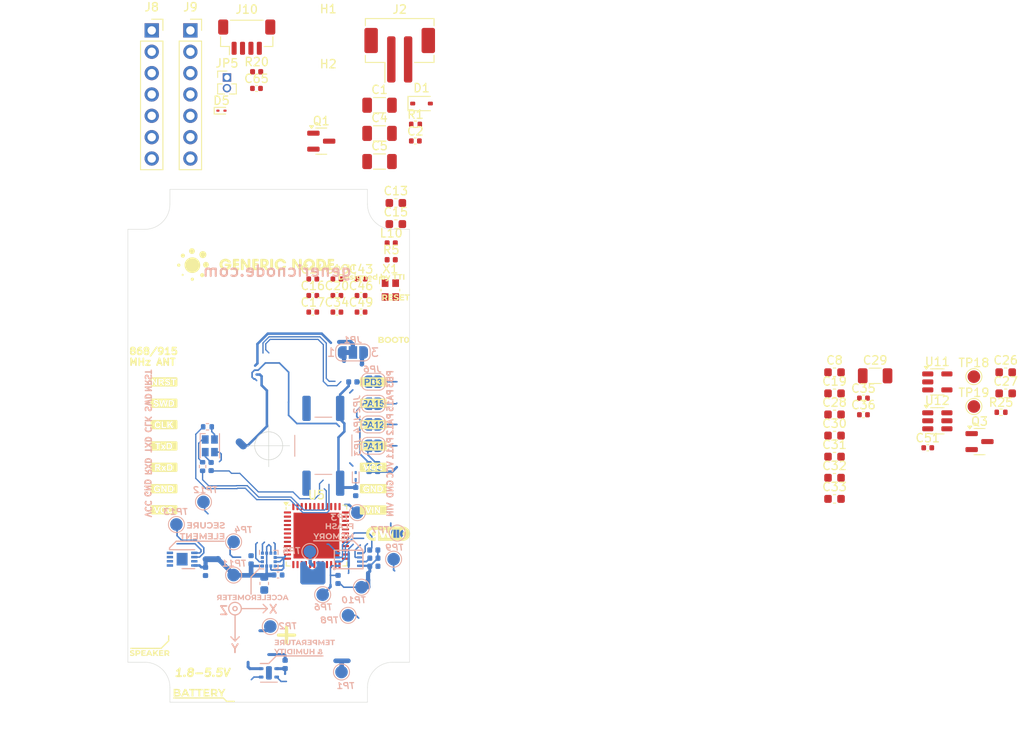
<source format=kicad_pcb>
(kicad_pcb (version 20240108) (generator "pcbnew") (generator_version "8.0")
  (title_block (title "Generic Node SE") (date "2020-10-12") (rev "1.1b") (company "The Things Industries") (comment 1 "drawn by: Orkhan AmirAslan (azerimaker)"))
  (layers (0 "F.Cu" mixed "Top.HF") (1 "In1.Cu" mixed "In1.LF") (2 "In2.Cu" power "In2.PWR") (31 "B.Cu" mixed "B.GND") (34 "B.Paste" user) (35 "F.Paste" user) (36 "B.SilkS" user "B.Silkscreen") (37 "F.SilkS" user "F.Silkscreen") (38 "B.Mask" user) (39 "F.Mask" user) (44 "Edge.Cuts" user))
  (net 0 "")
  (net 1 "GND")
  (net 2 "+BATT")
  (net 3 "/LoRa MCU/PB2")
  (net 4 "/Peripherals/VCC_SENSORS")
  (net 5 "/LoRa MCU/NRST")
  (net 6 "/LoRa MCU/PB3")
  (net 7 "VDDRF")
  (net 8 "OSC_IN")
  (net 9 "OSC32_IN")
  (net 10 "OSC32_OUT")
  (net 11 "PB0_VDD_TCXO")
  (net 12 "Net-(Q1-G)")
  (net 13 "Net-(U3-REGCAPD)")
  (net 14 "/LoRa MCU/SWCLK")
  (net 15 "/LoRa MCU/SWDIO")
  (net 16 "FE_CTRL3")
  (net 17 "/LoRa MCU/PB4")
  (net 18 "/Peripherals/FlashCS")
  (net 19 "FE_CTRL1")
  (net 20 "FE_CTRL2")
  (net 21 "/Peripherals/MOSI")
  (net 22 "/Peripherals/MISO")
  (net 23 "/LoRa MCU/BOOT0")
  (net 24 "+3.3V")
  (net 25 "Net-(U3-REGCAPA)")
  (net 26 "Net-(JP2-Pad2)")
  (net 27 "5V")
  (net 28 "/LoRa MCU/PA09_SCL1")
  (net 29 "/LoRa MCU/PA10_SDA1")
  (net 30 "/LoRa MCU/PA2_TxD2")
  (net 31 "/LoRa MCU/PA3_RxD2")
  (net 32 "/LoRa MCU/PA11_SDA2")
  (net 33 "/LoRa MCU/PA12_SCL2")
  (net 34 "/LoRa MCU/PA5_SCK1")
  (net 35 "Net-(JP1-Pad2)")
  (net 36 "Net-(JP3-Pad1)")
  (net 37 "Net-(X1-Vdd)")
  (net 38 "Net-(R11-Pad2)")
  (net 39 "Net-(R12-Pad2)")
  (net 40 "Vin")
  (net 41 "/LoRa MCU/PA15")
  (net 42 "/LoRa MCU/PB5")
  (net 43 "/LoRa MCU/PB6")
  (net 44 "/LoRa MCU/PB7")
  (net 45 "/LoRa MCU/PA8")
  (net 46 "Net-(D4-K)")
  (net 47 "Net-(C43-Pad1)")
  (net 48 "Net-(D3-RK)")
  (net 49 "Net-(JP4-Pad1)")
  (net 50 "Net-(D3-GK)")
  (net 51 "/Peripherals/VCC_FLASH")
  (net 52 "Net-(D3-A)")
  (net 53 "Net-(Q1-S)")
  (net 55 "Net-(JP6-B)")
  (net 56 "Net-(Q3-S)")
  (net 57 "Net-(X1-OUT)")
  (net 58 "/Power Supply/LS3_STRAIN_EN")
  (net 59 "/LoRa MCU/PA6_MISO1")
  (net 60 "/LoRa MCU/PA7_MOSI1")
  (net 63 "/LoRa MCU/PA4_CS1")
  (net 69 "/LoRa MCU/HS_OUT")
  (net 70 "/LoRa MCU/HS_IN")
  (net 72 "/LoRa MCU/PC13")
  (net 75 "/LoRa MCU/PB12")
  (net 81 "/Peripherals/VCC_STRAINGAUGE")
  (footprint "node-lib-v1:Logo_GN_new_2000px" (layer "F.Cu") (at 148.439 83.439)
    (property "Reference" "G-GNSE" (hide yes))
    (property "Value" "LOGO" (hide yes))
  )
  (footprint "node-lib-v1:PinName_NRST" (layer "F.Cu") (at 137.554 97.38)
    (property "Reference" "G-NRST" (hide yes))
    (property "Value" "LOGO" (hide yes))
  )
  (footprint "node-lib-v1:PinName_SWD" (layer "F.Cu") (at 137.554 99.92)
    (property "Reference" "G-SWD" (hide yes))
    (property "Value" "LOGO" (hide yes))
  )
  (footprint "node-lib-v1:PinName_CLK" (layer "F.Cu") (at 137.554 102.46)
    (property "Reference" "G-CLK" (hide yes))
    (property "Value" "LOGO" (hide yes))
  )
  (footprint "node-lib-v1:PinName_PA12" (layer "F.Cu") (at 162.446 102.46)
    (property "Reference" "G-PA12" (hide yes))
    (property "Value" "LOGO" (hide yes))
  )
  (footprint "node-lib-v1:PinName_TxD" (layer "F.Cu") (at 137.554 105)
    (property "Reference" "G-TXD" (hide yes))
    (property "Value" "LOGO" (hide yes))
  )
  (footprint "node-lib-v1:PinName_RxD" (layer "F.Cu") (at 137.554 107.54)
    (property "Reference" "G-RXD" (hide yes))
    (property "Value" "LOGO" (hide yes))
  )
  (footprint "node-lib-v1:PinName_VCC" (layer "F.Cu") (at 137.546 112.59)
    (property "Reference" "G-VCC2" (hide yes))
    (property "Value" "LOGO" (hide yes))
  )
  (footprint "node-lib-v1:PinName_GND" (layer "F.Cu") (at 162.446 110.08)
    (property "Reference" "G-GND" (hide yes))
    (property "Value" "LOGO" (hide yes))
  )
  (footprint "node-lib-v1:PinName_VCC" (layer "F.Cu") (at 162.446 107.54)
    (property "Reference" "G-VCC" (hide yes))
    (property "Value" "LOGO" (hide yes))
  )
  (footprint "node-lib-v1:PinName_PA11" (layer "F.Cu") (at 162.446 105)
    (property "Reference" "G-PA11" (hide yes))
    (property "Value" "LOGO" (hide yes))
  )
  (footprint "node-lib-v1:PinName_PB3" (layer "F.Cu") (at 162.446 97.38)
    (property "Reference" "G-PB3" (hide yes))
    (property "Value" "LOGO" (hide yes))
  )
  (footprint "node-lib-v1:PinName_VIN" (layer "F.Cu") (at 162.446 112.62)
    (property "Reference" "G-VIN" (hide yes))
    (property "Value" "LOGO" (hide yes))
  )
  (footprint "node-lib-v1:PinName_PA15" (layer "F.Cu") (at 162.446 99.92)
    (property "Reference" "G-PA15" (hide yes))
    (property "Value" "LOGO" (hide yes))
  )
  (footprint "node-lib-v1:PinName_GND" (layer "F.Cu") (at 137.554 110.08)
    (property "Reference" "G-GND2" (hide yes))
    (property "Value" "LOGO" (hide yes))
  )
  (footprint "node-lib-v1:Label_RESET_4000px" (layer "F.Cu") (at 165.1 87.3)
    (property "Reference" "G-RST" (hide yes))
    (property "Value" "LOGO" (hide yes))
  )
  (footprint "node-lib-v1:Logo_qwiic_4000px" (layer "F.Cu") (at 164.224 115.414)
    (property "Reference" "G-QWIIC" (hide yes))
    (property "Value" "LOGO" (hide yes))
  )
  (footprint "node-lib-v1:Label_Speaker" (layer "F.Cu") (at 135.9 129.6)
    (property "Reference" "G-SPKR" (hide yes))
    (property "Value" "LOGO" (hide yes))
  )
  (footprint "node-lib-v1:Label_BOOT0_4000px" (layer "F.Cu") (at 164.85 92.35)
    (property "Reference" "G-BOOT0" (hide yes))
    (property "Value" "LOGO" (hide yes))
  )
  (footprint "node-lib-v1:Logo_design_version_2000px" (layer "F.Cu") (at 162.55 84.25)
    (property "Reference" "G-version" (hide yes))
    (property "Value" "LOGO" (hide yes))
  )
  (footprint "node-lib-v1:BoLink_704025" (layer "F.Cu") (at 150 105)
    (property "Reference" "N1" (hide yes))
    (property "Value" "BoLink-16174563" (hide yes))
  )
  (footprint "node-lib-v1:Label_BATTERY_2500px" (layer "F.Cu") (at 141.7 134.3)
    (property "Reference" "G-BAT" (hide yes))
    (property "Value" "LOGO" (hide yes))
  )
  (footprint "Inductor_SMD:L_0402_1005Metric" (layer "F.Cu") (at 148.565 60.505)
    (property "Reference" "R20")
    (property "Value" "10K")
  )
  (footprint "Capacitor_SMD:C_0402_1005Metric" (layer "F.Cu") (at 148.545 62.485)
    (property "Reference" "C65")
    (property "Value" "100nF")
  )
  (footprint "Diode_SMD:D_SOD-323" (layer "F.Cu") (at 168.18 64.285)
    (property "Reference" "D1")
    (property "Value" "PESD5V0S1BA")
  )
  (footprint "Capacitor_SMD:C_1206_3216Metric" (layer "F.Cu") (at 163.185 67.835)
    (property "Reference" "C4")
    (property "Value" "100uF")
  )
  (footprint "Capacitor_SMD:C_0603_1608Metric" (layer "F.Cu") (at 165.125 76.115)
    (property "Reference" "C13")
    (property "Value" "4.7uF")
  )
  (footprint "TestPoint:TestPoint_Pad_D1.5mm" (layer "F.Cu") (at 233.8925 100.325)
    (property "Reference" "TP19")
    (property "Value" "VBAT_ADC")
  )
  (footprint "Resistor_SMD:R_0402_1005Metric" (layer "F.Cu") (at 237.1225 101.015)
    (property "Reference" "R25")
    (property "Value" "100K")
  )
  (footprint "Capacitor_SMD:C_0402_1005Metric" (layer "F.Cu") (at 167.445 68.735)
    (property "Reference" "C2")
    (property "Value" "DNM")
  )
  (footprint "MountingHole:MountingHole_2.5mm" (layer "F.Cu") (at 157.085 63.085)
    (property "Reference" "H2")
    (property "Value" "MountingHole")
  )
  (footprint "Capacitor_SMD:C_1206_3216Metric" (layer "F.Cu") (at 222.1425 96.675)
    (property "Reference" "C29")
    (property "Value" "10uF")
  )
  (footprint "Connector_PinHeader_1.27mm:PinHeader_1x02_P1.27mm_Vertical" (layer "F.Cu") (at 145.035 61.185)
    (property "Reference" "JP5")
    (property "Value" "BOOT0")
  )
  (footprint "Capacitor_SMD:C_0402_1005Metric" (layer "F.Cu") (at 220.7525 101.305)
    (property "Reference" "C36")
    (property "Value" "1uF")
  )
  (footprint "Connector_PinSocket_2.54mm:PinSocket_1x07_P2.54mm_Vertical" (layer "F.Cu") (at 140.685 55.585)
    (property "Reference" "J9")
    (property "Value" "UART/I2C")
  )
  (footprint "Capacitor_SMD:C_0402_1005Metric" (layer "F.Cu") (at 158.115 85.155)
    (property "Reference" "C18")
    (property "Value" "100nF")
  )
  (footprint "Capacitor_SMD:C_0402_1005Metric" (layer "F.Cu") (at 155.245 89.095)
    (property "Reference" "C17")
    (property "Value" "100nF")
  )
  (footprint "Capacitor_SMD:C_0603_1608Metric" (layer "F.Cu") (at 217.3125 108.805)
    (property "Reference" "C32")
    (property "Value" "0.1uF")
  )
  (footprint "Capacitor_SMD:C_1206_3216Metric" (layer "F.Cu") (at 163.185 64.485)
    (property "Reference" "C1")
    (property "Value" "100uF")
  )
  (footprint "Connector_JST:JST_PH_B2B-PH-SM4-TB_1x02-1MP_P2.00mm_Vertical" (layer "F.Cu") (at 165.585 58.535)
    (property "Reference" "J2")
    (property "Value" "JST-PH")
  )
  (footprint "Capacitor_SMD:C_0603_1608Metric" (layer "F.Cu") (at 217.3125 111.315)
    (property "Reference" "C33")
    (property "Value" "0.1uF")
  )
  (footprint "Capacitor_SMD:C_0603_1608Metric" (layer "F.Cu") (at 165.125 78.625)
    (property "Reference" "C15")
    (property "Value" "4.7uF")
  )
  (footprint "Capacitor_SMD:C_0402_1005Metric" (layer "F.Cu") (at 160.985 85.155)
    (property "Reference" "C43")
    (property "Value" "1nF")
  )
  (footprint "Crystal:Crystal_SMD_Abracon_ABM10-4Pin_2.5x2.0mm" (layer "F.Cu") (at 164.475 86.475)
    (property "Reference" "X1")
    (property "Value" "32MHz")
  )
  (footprint "Capacitor_SMD:C_0603_1608Metric" (layer "F.Cu") (at 217.3125 103.785)
    (property "Reference" "C30")
    (property "Value" "0.1uF")
  )
  (footprint "Diode_SMD:D_SOD-923" (layer "F.Cu") (at 144.38 65.135)
    (property "Reference" "D5")
    (property "Value" "ESD9D5V")
  )
  (footprint "Capacitor_SMD:C_1206_3216Metric" (layer "F.Cu") (at 163.185 71.185)
    (property "Reference" "C5")
    (property "Value" "100uF")
  )
  (footprint "Package_TO_SOT_SMD:SOT-23" (layer "F.Cu") (at 156.255 68.76)
    (property "Reference" "Q1")
    (property "Value" "PMV32UP,215")
  )
  (footprint "Capacitor_SMD:C_0402_1005Metric" (layer "F.Cu") (at 158.115 89.095)
    (property "Reference" "C34")
    (property "Value" "10nF")
  )
  (footprint "Package_TO_SOT_SMD:SOT-23-6" (layer "F.Cu") (at 229.5425 102.025)
    (property "Reference" "U12")
    (property "Value" "TPS22917DBV")
  )
  (footprint "Capacitor_SMD:C_0402_1005Metric" (layer "F.Cu") (at 155.245 85.155)
    (property "Reference" "C14")
    (property "Value" "100nF")
  )
  (footprint "Capacitor_SMD:C_0603_1608Metric" (layer "F.Cu") (at 217.3125 98.765)
    (property "Reference" "C19")
    (property "Value" "0.1uF")
  )
  (footprint "Capacitor_SMD:C_0603_1608Metric" (layer "F.Cu") (at 237.6725 98.765)
    (property "Reference" "C27")
    (property "Value" "4.7uF")
  )
  (footprint "Connector_PinSocket_2.54mm:PinSocket_1x07_P2.54mm_Vertical" (layer "F.Cu") (at 136.085 55.585)
    (property "Reference" "J8")
    (property "Value" "DEBUG")
  )
  (footprint "Package_TO_SOT_SMD:SOT-23-5" (layer "F.Cu") (at 229.5425 97.4)
    (property "Reference" "U11")
    (property "Value" "MIC5365-3.3YD5")
  )
  (footprint "Capacitor_SMD:C_0402_1005Metric" (layer "F.Cu") (at 228.4025 105.235)
    (property "Reference" "C51")
    (property "Value" "1uF")
  )
  (footprint "Package_DFN_QFN:QFN-48-1EP_7x7mm_P0.5mm_EP5.45x5.45mm" (layer "F.Cu") (at 155.68 115.68)
    (property "Reference" "U5")
    (property "Value" "STM32WL55CCU6")
  )
  (footprint "Inductor_SMD:L_0402_1005Metric" (layer "F.Cu") (at 164.575 82.865)
    (property "Reference" "R5")
    (property "Value" "220R")
  )
  (footprint "Capacitor_SMD:C_0402_1005Metric" (layer "F.Cu") (at 155.245 87.125)
    (property "Reference" "C16")
    (property "Value" "100nF")
  )
  (footprint "Capacitor_SMD:C_0603_1608Metric" (layer "F.Cu") (at 217.3125 96.255)
    (property "Reference" "C8")
    (property "Value" "0.1uF")
  )
  (footprint "Capacitor_SMD:C_0603_1608Metric" (layer "F.Cu") (at 217.3125 106.295)
    (property "Reference" "C31")
    (property "Value" "0.1uF")
  )
  (footprint "Resistor_SMD:R_0402_1005Metric" (layer "F.Cu") (at 167.465 66.755)
    (property "Reference" "R1")
    (property "Value" "0R")
  )
  (footprint "Capacitor_SMD:C_0603_1608Metric" (layer "F.Cu") (at 217.3125 101.275)
    (property "Reference" "C28")
    (property "Value" "0.1uF")
  )
  (footprint "Capacitor_SMD:C_0402_1005Metric" (layer "F.Cu") (at 160.985 89.095)
    (property "Reference" "C49")
    (property "Value" "5.6pF")
  )
  (footprint "Capacitor_SMD:C_0402_1005Metric" (layer "F.Cu") (at 160.985 87.125)
    (property "Reference" "C46")
    (property "Value" "5.6pF")
  )
  (footprint "Capacitor_SMD:C_0603_1608Metric" (layer "F.Cu") (at 237.6725 96.255)
    (property "Reference" "C26")
    (property "Value" "4.7uF")
  )
  (footprint "Capacitor_SMD:C_0402_1005Metric" (layer "F.Cu") (at 220.7525 99.335)
    (property "Reference" "C35")
    (property "Value" "1uF")
  )
  (footprint "MountingHole:MountingHole_2.5mm" (layer "F.Cu") (at 157.085 56.535)
    (property "Reference" "H1")
    (property "Value" "MountingHole")
  )
  (footprint "Connector_JST:JST_SH_BM04B-SRSS-TB_1x04-1MP_P1.00mm_Vertical" (layer "F.Cu") (at 147.385 56.385)
    (property "Reference" "J10")
    (property "Value" "Qwiic")
  )
  (footprint "Inductor_SMD:L_0402_1005Metric" (layer "F.Cu") (at 164.575 80.875)
    (property "Reference" "L10")
    (property "Value" "1400R @1GHz")
  )
  (footprint "TestPoint:TestPoint_Pad_D1.5mm" (layer "F.Cu") (at 233.8925 96.775)
    (property "Reference" "TP18")
    (property "Value" "VBAT_READ_EN")
  )
  (footprint "Package_TO_SOT_SMD:SOT-23" (layer "F.Cu") (at 234.5625 104.5)
    (property "Reference" "Q3")
    (property "Value" "PMV32UP,215")
  )
  (footprint "Capacitor_SMD:C_0402_1005Metric" (layer "F.Cu") (at 158.115 87.125)
    (property "Reference" "C20")
    (property "Value" "100nF")
  )
  (footprint "node-lib-v1:Label_SE_3000px" (layer "B.Cu") (at 141.95 115.05 180)
    (property "Reference" "G-SE" (hide yes))
    (property "Value" "LOGO" (hide yes))
  )
  (footprint "node-lib-v1:Label_T_H_2000px" (layer "B.Cu") (at 155 128.85 180)
    (property "Reference" "G-TH" (hide yes))
    (property "Value" "LOGO" (hide yes))
  )
  (footprint "node-lib-v1:Label_FLASH_3000px" (layer "B.Cu") (at 157.3 115.1 180)
    (property "Reference" "G-FLASH" (hide yes))
    (property "Value" "LOGO" (hide yes))
  )
  (footprint "node-lib-v1:LAbel_ACCELL_2000px" (layer "B.Cu") (at 148.1 122.95 180)
    (property "Reference" "G-ACCELL" (hide yes))
    (property "Value" "LOGO" (hide yes))
  )
  (footprint "TestPoint:TestPoint_Pad_D1.5mm" (layer "B.Cu") (at 164.86 118.49)
    (property "Reference" "TP9")
    (property "Value" "MOSI" (hide yes))
  )
  (footprint "TestPoint:TestPoint_Pad_D1.5mm" (layer "B.Cu") (at 159.44 125.17)
    (property "Reference" "TP8")
    (property "Value" "SCK" (hide yes))
  )
  (footprint "TestPoint:TestPoint_Pad_D1.5mm" (layer "B.Cu") (at 139.021 114.36)
    (property "Reference" "TP13")
    (property "Value" "SCL" (hide yes))
  )
  (footprint "node-lib-v1:PushButton_KSC721GLFS" (layer "B.Cu") (at 156.5 105 90)
    (property "Reference" "SW1" (hide yes))
    (property "Value" "USR_BTN" (hide yes))
  )
  (footprint "TestPoint:TestPoint_Pad_D1.5mm" (layer "B.Cu") (at 161.037 121.824)
    (property "Reference" "TP10")
    (property "Value" "VCC_F" (hide yes))
  )
  (footprint "TestPoint:TestPoint_Pad_D1.5mm" (layer "B.Cu") (at 142.24 111.68)
    (property "Reference" "TP12")
    (property "Value" "SDA" (hide yes))
  )
  (footprint "TestPoint:TestPoint_Pad_D1.5mm" (layer "B.Cu") (at 145.826 120.377)
    (property "Reference" "TP11")
    (property "Value" "VCC_S" (hide yes))
  )
  (footprint "TestPoint:TestPoint_Pad_D1.5mm" (layer "B.Cu") (at 165.3 115.38)
    (property "Reference" "TP7")
    (property "Value" "MISO" (hide yes))
  )
  (footprint "TestPoint:TestPoint_Pad_D1.5mm" (layer "B.Cu") (at 156.42 122.71)
    (property "Reference" "TP6")
    (property "Value" "CS" (hide yes))
  )
  (footprint "TestPoint:TestPoint_Pad_D1.5mm" (layer "B.Cu") (at 145.825 116.425)
    (property "Reference" "TP4")
    (property "Value" "VBAT_ADC" (hide yes))
  )
  (footprint "TestPoint:TestPoint_Pad_D1.5mm" (layer "B.Cu") (at 158.66 131.91)
    (property "Reference" "TP1")
    (property "Value" "VIN" (hide yes))
  )
  (footprint "Diode_SMD:D_SOD-923" (layer "B.Cu") (at 160.35 108.6 90)
    (property "Reference" "D4" (hide yes))
    (property "Value" "ESD9D5V" (hide yes))
  )
  (footprint "TestPoint:TestPoint_Pad_D1.5mm" (layer "B.Cu") (at 154.9 117.58)
    (property "Reference" "TP5")
    (property "Value" "VCC" (hide yes))
  )
  (footprint "TestPoint:TestPoint_Pad_D1.5mm" (layer "B.Cu") (at 150.19 126.5)
    (property "Reference" "TP2")
    (property "Value" "VBAT" (hide yes))
  )
  (footprint "Jumper:SolderJumper-3_P1.3mm_Bridged12_RoundedPad1.0x1.5mm_NumberLabels" (layer "B.Cu") (at 160.02 93.9)
    (property "Reference" "JP1")
    (property "Value" "VDD_RF_SW" (hide yes))
  )
  (footprint "Resistor_SMD:R_0402_1005Metric" (layer "B.Cu") (at 142.715 102.741)
    (property "Reference" "R22" (hide yes))
    (property "Value" "330R" (hide yes))
  )
  (footprint "LED_SMD:LED_Cree-PLCC4_2x2mm_CW" (layer "B.Cu") (at 143 105 -90)
    (property "Reference" "D3" (hide yes))
    (property "Value" "FM-B2020RGBA" (hide yes))
  )
  (footprint "Resistor_SMD:R_0402_1005Metric" (layer "B.Cu") (at 160 97.4 180)
    (property "Reference" "R24" (hide yes))
    (property "Value" "100R" (hide yes))
  )
  (footprint "Jumper:SolderJumper-2_P1.3mm_Bridged2Bar_RoundedPad1.0x1.5mm" (layer "B.Cu") (at 162.446 100 180)
    (property "Reference" "JP2")
    (property "Value" "BUZZ_KILL" (hide yes))
  )
  (footprint "Resistor_SMD:R_0402_1005Metric" (layer "B.Cu") (at 161.938 107.588 90)
    (property "Reference" "R18" (hide yes))
    (property "Value" "4K7" (hide yes))
  )
  (footprint "Resistor_SMD:R_0402_1005Metric" (layer "B.Cu") (at 158.25 120.9 90)
    (property "Reference" "R13" (hide yes))
    (property "Value" "10K" (hide yes))
  )
  (footprint "Resistor_SMD:R_0402_1005Metric" (layer "B.Cu") (at 143.151 107.465 90)
    (property "Reference" "R23" (hide yes))
    (property "Value" "330R" (hide yes))
  )
  (footprint "Jumper:SolderJumper-2_P1.3mm_Bridged2Bar_RoundedPad1.0x1.5mm" (layer "B.Cu") (at 162.446 105)
    (property "Reference" "JP3")
    (property "Value" "SDA2_CUT" (hide yes))
  )
  (footprint "TestPoint:TestPoint_Pad_D1.5mm" (layer "B.Cu") (at 160.55 112.95)
    (property "Reference" "TP3")
    (property "Value" "VBAT_READ_EN" (hide yes))
  )
  (footprint "Resistor_SMD:R_0402_1005Metric" (layer "B.Cu") (at 162.5 117.4 180)
    (property "Reference" "R12" (hide yes))
    (property "Value" "DNM" (hide yes))
  )
  (footprint "Resistor_SMD:R_0402_1005Metric" (layer "B.Cu") (at 162.954 107.588 -90)
    (property "Reference" "R15" (hide yes))
    (property "Value" "4K7" (hide yes))
  )
  (footprint "Resistor_SMD:R_0402_1005Metric" (layer "B.Cu") (at 162.514 118.369 180)
    (property "Reference" "R11" (hide yes))
    (property "Value" "DNM" (hide yes))
  )
  (footprint "Capacitor_SMD:C_0402_1005Metric" (layer "B.Cu") (at 160.35 110.45 90)
    (property "Reference" "C64" (hide yes))
    (property "Value" "100nF" (hide yes))
  )
  (footprint "Capacitor_SMD:C_0402_1005Metric" (layer "B.Cu") (at 147.905 118.559 -90)
    (property "Reference" "C61" (hide yes))
    (property "Value" "100nF" (hide yes))
  )
  (footprint "Capacitor_SMD:C_0402_1005Metric" (layer "B.Cu") (at 151.953 131.009 -90)
    (property "Reference" "C63" (hide yes))
    (property "Value" "100nF" (hide yes))
  )
  (footprint "Capacitor_SMD:C_0402_1005Metric" (layer "B.Cu") (at 142.48 119.95 90)
    (property "Reference" "C62" (hide yes))
    (property "Value" "100nF" (hide yes))
  )
  (footprint "Capacitor_SMD:C_0402_1005Metric" (layer "B.Cu") (at 162.51 119.33 180)
    (property "Reference" "C60" (hide yes))
    (property "Value" "100nF" (hide yes))
  )
  (footprint "Capacitor_SMD:C_0402_1005Metric" (layer "B.Cu") (at 151.114 120.371 180)
    (property "Reference" "C59" (hide yes))
    (property "Value" "100nF" (hide yes))
  )
  (footprint "Capacitor_SMD:C_0603_1608Metric" (layer "B.Cu") (at 149.47 121.38 90)
    (property "Reference" "C58" (hide yes))
    (property "Value" "10uF" (hide yes))
  )
  (footprint "Jumper:SolderJumper-2_P1.3mm_Bridged2Bar_RoundedPad1.0x1.5mm" (layer "B.Cu") (at 162.446 97.38 180)
    (property "Reference" "JP6")
    (property "Value" "BTN_CUT" (hide yes))
  )
  (footprint "Jumper:SolderJumper-2_P1.3mm_Bridged2Bar_RoundedPad1.0x1.5mm" (layer "B.Cu") (at 162.446 102.46)
    (property "Reference" "JP4")
    (property "Value" "SCL2_CUT" (hide yes))
  )
  (footprint "node-lib-v1:Sensirion_DFN-4-1EP_2x2mm_P1mm_EP0.7x1.6mm" (layer "B.Cu") (at 150.0254 132.0129 180)
    (property "Reference" "U10" (hide yes))
    (property "Value" "SHTC3" (hide yes))
  )
  (footprint "Package_LGA:LGA-12_2x2mm_P0.5mm" (layer "B.Cu") (at 150.008 118.538803 -90)
    (property "Reference" "U9" (hide yes))
    (property "Value" "LIS2DH12" (hide yes))
  )
  (footprint "Package_DFN_QFN:DFN-8-1EP_3x2mm_P0.5mm_EP1.3x1.5mm" (layer "B.Cu") (at 139.7 118.488803)
    (property "Reference" "U11" (hide yes))
    (property "Value" "ATECC608B-TNGLORAU" (hide yes))
  )
  (footprint "node-lib-v1:FLASH_UFDFN-8-MX25R1635F" (layer "B.Cu") (at 159.512 118.527)
    (property "Reference" "U8" (hide yes))
    (property "Value" "MX25R1635" (hide yes))
  )
  (footprint "Resistor_SMD:R_0402_1005Metric" (layer "B.Cu") (at 142.135 107.465 90)
    (property "Reference" "R21" (hide yes))
    (property "Value" "1K" (hide yes))
  )
  (gr_circle (center 145.993 124.368) (end 145.993 124.118) (stroke (width 0.15)) (fill none) (layer "B.SilkS"))
  (gr_circle (center 145.993 124.368) (end 145.993 123.618) (stroke (width 0.15)) (fill none) (layer "B.SilkS"))
  (gr_line (start 146.843 124.368) (end 149.843 124.368) (stroke (width 0.15)) (layer "B.SilkS"))
  (gr_line (start 148.9 119.6) (end 147.9 120.6) (stroke (width 0.15)) (layer "B.SilkS"))
  (gr_line (start 145.998025 128.221554) (end 146.498026 127.721553) (stroke (width 0.15)) (layer "B.SilkS"))
  (gr_line (start 160.8 117) (end 161.2 117.4) (stroke (width 0.15)) (layer "B.SilkS"))
  (gr_line (start 138.2 117.15) (end 139 116.35) (stroke (width 0.15)) (layer "B.SilkS"))
  (gr_line (start 150 130.9) (end 150.9 130) (stroke (width 0.15)) (layer "B.SilkS"))
  (gr_line (start 150.9 130) (end 156.45 130) (stroke (width 0.15)) (layer "B.SilkS"))
  (gr_line (start 139 116.35) (end 144.7 116.35) (stroke (width 0.15)) (layer "B.SilkS"))
  (gr_line (start 138.2 117.35) (end 138.2 117.15) (stroke (width 0.15)) (layer "B.SilkS"))
  (gr_line (start 160.8 117) (end 160.1 116.3) (stroke (width 0.15)) (layer "B.SilkS"))
  (gr_line (start 145.998025 125.221553) (end 145.998025 128.221554) (stroke (width 0.15)) (layer "B.SilkS"))
  (gr_line (start 149.843 124.368) (end 149.343001 123.868) (stroke (width 0.15)) (layer "B.SilkS"))
  (gr_line (start 149.843 124.368) (end 149.343 124.868) (stroke (width 0.15)) (layer "B.SilkS"))
  (gr_line (start 145.998025 128.221554) (end 145.498025 127.721553) (stroke (width 0.15)) (layer "B.SilkS"))
  (gr_line (start 147.9 120.6) (end 147.9 122.65) (stroke (width 0.15)) (layer "B.SilkS"))
  (gr_line (start 150 130.9) (end 149 130.9) (stroke (width 0.15)) (layer "B.SilkS"))
  (gr_line (start 160.1 116.3) (end 155.35 116.3) (stroke (width 0.15)) (layer "B.SilkS"))
  (gr_line (start 138.7 135) (end 144.6 135) (stroke (width 0.15)) (layer "F.SilkS"))
  (gr_line (start 144.6 135) (end 145 135.4) (stroke (width 0.15)) (layer "F.SilkS"))
  (gr_line (start 133.6 129.1) (end 137.2 129.1) (stroke (width 0.15)) (layer "F.SilkS"))
  (gr_line (start 137.2 129.1) (end 138.1 128.2) (stroke (width 0.15)) (layer "F.SilkS"))
  (gr_line (start 138.1 128.2) (end 138.1 127.6) (stroke (width 0.15)) (layer "F.SilkS"))
  (gr_line (start 145 135.4) (end 145.9 135.4) (stroke (width 0.15)) (layer "F.SilkS"))
  (gr_line (start 161.75 135.5) (end 138.25 135.5) (stroke (width 0.05)) (layer "Edge.Cuts"))
  (gr_line (start 166.75 130.75) (end 164.75 130.75) (stroke (width 0.05)) (layer "Edge.Cuts"))
  (gr_line (start 133.25 130.75) (end 133.25 79.25) (stroke (width 0.05)) (layer "Edge.Cuts"))
  (gr_line (start 135.25 130.75) (end 133.25 130.75) (stroke (width 0.05)) (layer "Edge.Cuts"))
  (gr_arc (start 138.25 76.25) (mid 137.37132 78.37132) (end 135.25 79.25) (stroke (width 0.05)) (layer "Edge.Cuts"))
  (gr_arc (start 161.75 133.75) (mid 162.62868 131.62868) (end 164.75 130.75) (stroke (width 0.05)) (layer "Edge.Cuts"))
  (gr_line (start 164.75 79.25) (end 166.75 79.25) (stroke (width 0.05)) (layer "Edge.Cuts"))
  (gr_line (start 138.25 133.75) (end 138.25 135.5) (stroke (width 0.05)) (layer "Edge.Cuts"))
  (gr_line (start 161.75 135.5) (end 161.75 133.75) (stroke (width 0.05)) (layer "Edge.Cuts"))
  (gr_line (start 138.25 74.5) (end 138.25 76.25) (stroke (width 0.05)) (layer "Edge.Cuts"))
  (gr_line (start 138.25 74.5) (end 161.75 74.5) (stroke (width 0.05)) (layer "Edge.Cuts"))
  (gr_arc (start 164.75 79.25) (mid 162.62868 78.37132) (end 161.75 76.25) (stroke (width 0.05)) (layer "Edge.Cuts"))
  (gr_line (start 161.75 74.5) (end 161.75 76.25) (stroke (width 0.05)) (layer "Edge.Cuts"))
  (gr_line (start 133.25 79.25) (end 135.25 79.25) (stroke (width 0.05)) (layer "Edge.Cuts"))
  (gr_arc (start 135.25 130.75) (mid 137.37132 131.62868) (end 138.25 133.75) (stroke (width 0.05)) (layer "Edge.Cuts"))
  (gr_line (start 166.75 79.25) (end 166.75 130.75) (stroke (width 0.05)) (layer "Edge.Cuts"))
  (gr_text "Z" (at 144.65 124.6 0) (layer "B.SilkS") (effects (font (size 1 1) (thickness 0.2)) (justify mirror)))
  (gr_text "Y" (at 145.987 129.123 0) (layer "B.SilkS") (effects (font (size 1 1) (thickness 0.2)) (justify mirror)))
  (gr_text "X" (at 150.535 124.34 180) (layer "B.SilkS") (effects (font (size 1 1) (thickness 0.2)) (justify mirror)))
  (gr_text "VIN" (at 164.45 112.6 90) (layer "B.SilkS") (effects (font (size 0.7 0.7) (thickness 0.175)) (justify mirror)))
  (gr_text "GND" (at 135.6 111.2 270) (layer "B.SilkS") (effects (font (size 0.7 0.7) (thickness 0.175)) (justify left mirror)))
  (gr_text "VCC" (at 164.45 107.859719 90) (layer "B.SilkS") (effects (font (size 0.7 0.7) (thickness 0.175)) (justify mirror)))
  (gr_text "PA11" (at 164.45 106.735414 90) (layer "B.SilkS") (effects (font (size 0.7 0.7) (thickness 0.175)) (justify right mirror)))
  (gr_text "PB3" (at 164.45 98.2 90) (layer "B.SilkS") (effects (font (size 0.7 0.7) (thickness 0.175)) (justify right mirror)))
  (gr_text "PA15" (at 164.45 101.045138 90) (layer "B.SilkS") (effects (font (size 0.7 0.7) (thickness 0.175)) (justify right mirror)))
  (gr_text "VCC" (at 135.65 113.6 270) (layer "B.SilkS") (effects (font (size 0.7 0.7) (thickness 0.175)) (justify left mirror)))
  (gr_text "RXD" (at 135.65 108.6 270) (layer "B.SilkS") (effects (font (size 0.7 0.7) (thickness 0.175)) (justify left mirror)))
  (gr_text "GND" (at 164.45 110.138191 90) (layer "B.SilkS") (effects (font (size 0.7 0.7) (thickness 0.175)) (justify mirror)))
  (gr_text "PA12" (at 164.45 103.890276 90) (layer "B.SilkS") (effects (font (size 0.7 0.7) (thickness 0.175)) (justify right mirror)))
  (gr_text "TXD" (at 135.65 105.9 270) (layer "B.SilkS") (effects (font (size 0.7 0.7) (thickness 0.175)) (justify left mirror)))
  (gr_text "CLK" (at 135.65 103.55 270) (layer "B.SilkS") (effects (font (size 0.7 0.7) (thickness 0.175)) (justify left mirror)))
  (gr_text "NRST" (at 135.65 98.7 270) (layer "B.SilkS") (effects (font (size 0.7 0.7) (thickness 0.175)) (justify left mirror)))
  (gr_text "SWD" (at 135.65 101.05 270) (layer "B.SilkS") (effects (font (size 0.7 0.7) (thickness 0.175)) (justify left mirror)))
  (gr_text "genericnode.com" (at 160 84.2 0) (layer "B.SilkS") (effects (font (size 1.3 1.4) (thickness 0.25)) (justify left mirror)))
  (gr_text "+" (at 152.12 127.34 0) (layer "F.SilkS") (effects (font (size 2.5 2.5) (thickness 0.4))))
  (gr_text "1.8-5.5V" (at 138.7 132 0) (layer "F.SilkS") (effects (font (size 0.9 0.95) (thickness 0.225) (italic yes)) (justify left)))
  (gr_text "868/915\nMHz ANT" (at 133.3 94.4 0) (layer "F.SilkS") (effects (font (size 0.8 0.85) (thickness 0.2)) (justify left)))
  (target plus (at 150 105) (size 5) (width 0.05) (layer "Edge.Cuts"))
  (target plus (at 150 105) (size 5) (width 0.05) (layer "Edge.Cuts"))
  (segment (start 156.099753 92.035189) (end 156.85 92.785436) (width 0.1524) (layer "B.Cu") (net 0))
  (segment (start 150.048414 92.035189) (end 156.099753 92.035189) (width 0.1524) (layer "B.Cu") (net 0))
  (segment (start 156.306578 91.656578) (end 149.891589 91.656578) (width 0.3) (layer "B.Cu") (net 0))
  (segment (start 149.32 93.97) (end 149.32 92.763603) (width 0.1524) (layer "B.Cu") (net 0))
  (segment (start 157.4 92.75) (end 156.306578 91.656578) (width 0.3) (layer "B.Cu") (net 0))
  (segment (start 157.194 97.325) (end 157.894821 97.325) (width 0.1524) (layer "B.Cu") (net 0))
  (segment (start 149.32 92.763603) (end 150.048414 92.035189) (width 0.1524) (layer "B.Cu") (net 0))
  (segment (start 148.657999 92.890168) (end 148.657999 95.190001) (width 0.3) (layer "B.Cu") (net 0))
  (segment (start 149.891589 91.656578) (end 148.657999 92.890168) (width 0.3) (layer "B.Cu") (net 0))
  (segment (start 156.85 92.785436) (end 156.85 96.981) (width 0.1524) (layer "B.Cu") (net 0))
  (segment (start 156.85 96.981) (end 157.194 97.325) (width 0.1524) (layer "B.Cu") (net 0))
  (segment (start 148.657999 95.190001) (end 148.383 95.465) (width 0.3) (layer "B.Cu") (net 0))
  (segment (start 146.95 105) (end 146.5 104.55) (width 0.859502) (layer "B.Cu") (net 0))
  (segment (start 146.599 104.591) (end 146.503 104.591) (width 0.197575) (layer "B.Cu") (net 0))
  (segment (start 149.786 102.681773) (end 147.524101 104.943672) (width 0.3) (layer "B.Cu") (net 0))
  (segment (start 147.051 105.043) (end 146.599 104.591) (width 0.7) (layer "B.Cu") (net 0))
  (segment (start 149.786 98.429) (end 149.786 102.681773) (width 0.3) (layer "B.Cu") (net 0))
  (segment (start 146.625 104.565) (end 146.599 104.591) (width 0.197575) (layer "B.Cu") (net 0))
  (segment (start 148.565 96.526) (end 148.953908 96.526) (width 0.3) (layer "B.Cu") (net 0))
  (segment (start 148.953908 96.526) (end 149.158599 96.730691) (width 0.3) (layer "B.Cu") (net 0))
  (segment (start 149.158599 97.801599) (end 149.786 98.429) (width 0.3) (layer "B.Cu") (net 0))
  (segment (start 147.524101 104.943672) (end 147.056328 104.943672) (width 0.3) (layer "B.Cu") (net 0))
  (segment (start 147.056328 104.943672) (end 147 105) (width 0.3) (layer "B.Cu") (net 0))
  (segment (start 149.158599 96.730691) (end 149.158599 97.801599) (width 0.3) (layer "B.Cu") (net 0))
  (segment (start 147.150328 104.943672) (end 147.051 105.043) (width 0.5) (layer "B.Cu") (net 0))
  (segment (start 149.65 93.577244) (end 149.65 92.86467) (width 0.1524) (layer "B.Cu") (net 0))
  (segment (start 155.867059 92.34) (end 156.5 92.972941) (width 0.1524) (layer "B.Cu") (net 0))
  (segment (start 156.5 97.34) (end 157.01 97.85) (width 0.1524) (layer "B.Cu") (net 0))
  (segment (start 150.022109 93.949353) (end 149.65 93.577244) (width 0.1524) (layer "B.Cu") (net 0))
  (segment (start 158.104592 97.85) (end 158.59645 97.358142) (width 0.1524) (layer "B.Cu") (net 0))
  (segment (start 149.65 92.86467) (end 150.17467 92.34) (width 0.1524) (layer "B.Cu") (net 0))
  (segment (start 157.01 97.85) (end 158.104592 97.85) (width 0.1524) (layer "B.Cu") (net 0))
  (segment (start 156.5 92.972941) (end 156.5 97.34) (width 0.1524) (layer "B.Cu") (net 0))
  (segment (start 150.17467 92.34) (end 155.867059 92.34) (width 0.1524) (layer "B.Cu") (net 0))
  (segment (start 159.65 107.05) (end 160 107.4) (width 0.2) (layer "B.Cu") (net 1))
  (segment (start 147.55 131.3) (end 147.55 130.75) (width 0.35) (layer "B.Cu") (net 1))
  (segment (start 159.65 98.7) (end 160 98.35) (width 0.2) (layer "B.Cu") (net 1))
  (segment (start 147.7629 131.5129) (end 147.55 131.3) (width 0.35) (layer "B.Cu") (net 1))
  (segment (start 149.1004 131.5129) (end 147.7629 131.5129) (width 0.35) (layer "B.Cu") (net 1))
  (segment (start 159.512 117.263) (end 160.05 116.725) (width 0.1778) (layer "B.Cu") (net 1))
  (segment (start 159.512 118.527) (end 159.512 117.263) (width 0.1778) (layer "B.Cu") (net 1))
  (segment (start 150.7705 118.788803) (end 151.331197 118.788803) (width 0.197575) (layer "B.Cu") (net 1))
  (segment (start 151.775 118.345) (end 151.97 118.15) (width 0.197575) (layer "B.Cu") (net 1))
  (segment (start 150.7705 118.288803) (end 151.831197 118.288803) (width 0.197575) (layer "B.Cu") (net 1))
  (segment (start 151.835 129.835) (end 151.953 129.953) (width 0.35) (layer "B.Cu") (net 1))
  (segment (start 158.212 117.777) (end 157.135 116.7) (width 0.1778) (layer "B.Cu") (net 1))
  (segment (start 151.775 119.105) (end 151.775 118.345) (width 0.197575) (layer "B.Cu") (net 1))
  (segment (start 157.135 116.7) (end 156.95 116.7) (width 0.1778) (layer "B.Cu") (net 1))
  (segment (start 151.953 129.953) (end 151.953 130.524) (width 0.35) (layer "B.Cu") (net 1))
  (segment (start 151.831197 118.288803) (end 151.97 118.15) (width 0.197575) (layer "B.Cu") (net 1))
  (segment (start 150.001 129.835) (end 151.835 129.835) (width 0.35) (layer "B.Cu") (net 1))
  (segment (start 151.331197 118.788803) (end 151.97 118.15) (width 0.197575) (layer "B.Cu") (net 1))
  (segment (start 159.512 120.138) (end 159.475 120.175) (width 0.1778) (layer "B.Cu") (net 1))
  (segment (start 150.758 119.301303) (end 151.578697 119.301303) (width 0.197575) (layer "B.Cu") (net 1))
  (segment (start 150.258 119.301303) (end 150.258 119.698) (width 0.197575) (layer "B.Cu") (net 1))
  (segment (start 150.258 119.698) (end 150.34 119.78) (width 0.197575) (layer "B.Cu") (net 1))
  (segment (start 151.775 119.565) (end 151.775 119.105) (width 0.197575) (layer "B.Cu") (net 1))
  (segment (start 151.56 119.78) (end 151.775 119.565) (width 0.197575) (layer "B.Cu") (net 1))
  (segment (start 150.34 119.78) (end 151.56 119.78) (width 0.197575) (layer "B.Cu") (net 1))
  (segment (start 151.578697 119.301303) (end 151.775 119.105) (width 0.197575) (layer "B.Cu") (net 1))
  (segment (start 159.512 118.527) (end 159.512 120.138) (width 0.1778) (layer "B.Cu") (net 1))
  (segment (start 148.95 127) (end 149.69 127) (width 0.35) (layer "B.Cu") (net 2))
  (segment (start 149.69 127) (end 150.19 126.5) (width 0.35) (layer "B.Cu") (net 2))
  (segment (start 145.41 116.84) (end 145.41 117.94) (width 0.197575) (layer "B.Cu") (net 3))
  (segment (start 145.41 117.94) (end 145.72 118.25) (width 0.197575) (layer "B.Cu") (net 3))
  (segment (start 145.72 118.25) (end 146.65 118.25) (width 0.197575) (layer "B.Cu") (net 3))
  (segment (start 145.825 116.425) (end 145.41 116.84) (width 0.197575) (layer "B.Cu") (net 3))
  (segment (start 149.758 120.317) (end 149.47 120.605) (width 0.3) (layer "B.Cu") (net 4))
  (segment (start 145.92131 120.41) (end 144.269999 118.758689) (width 0.55) (layer "B.Cu") (net 4))
  (segment (start 143.93869 118.49) (end 143.97 118.45869) (width 0.7) (layer "B.Cu") (net 4))
  (segment (start 149.258 119.301303) (end 148.162303 119.301303) (width 0.3) (layer "B.Cu") (net 4))
  (segment (start 149.704 120.371) (end 149.47 120.605) (width 0.55) (layer "B.Cu") (net 4))
  (segment (start 147.905 120.335) (end 147.98 120.41) (width 0.55) (layer "B.Cu") (net 4))
  (segment (start 150.634 120.371) (end 149.704 120.371) (width 0.55) (layer "B.Cu") (net 4))
  (segment (start 147.905 119.044) (end 147.905 120.335) (width 0.55) (layer "B.Cu") (net 4))
  (segment (start 151.9341 131.5129) (end 151.953 131.494) (width 0.35) (layer "B.Cu") (net 4))
  (segment (start 149.758 117.776303) (end 149.758 119.301303) (width 0.1397) (layer "B.Cu") (net 4))
  (segment (start 144.269999 118.758689) (end 143.97 118.45869) (width 0.55) (layer "B.Cu") (net 4))
  (segment (start 149.758 117.776303) (end 149.758 117.02325) (width 0.1778) (layer "B.Cu") (net 4))
  (segment (start 149.275 120.41) (end 147.98 120.41) (width 0.55) (layer "B.Cu") (net 4))
  (segment (start 142.49 118.49) (end 143.93869 118.49) (width 0.7) (layer "B.Cu") (net 4))
  (segment (start 142.49 119.455) (end 142.48 119.465) (width 0.5) (layer "B.Cu") (net 4))
  (segment (start 148.162303 119.301303) (end 147.905 119.044) (width 0.3) (layer "B.Cu") (net 4))
  (segment (start 141.778803 119.238803) (end 141.98 119.44) (width 0.3) (layer "B.Cu") (net 4))
  (segment (start 149.758 119.317) (end 149.75 119.325) (width 0.1778) (layer "B.Cu") (net 4))
  (segment (start 149.758 117.776303) (end 149.758 119.317) (width 0.1778) (layer "B.Cu") (net 4))
  (segment (start 149.758 117.02325) (end 150.021875 116.759375) (width 0.1778) (layer "B.Cu") (net 4))
  (segment (start 150.021875 116.759375) (end 150.258 116.9955) (width 0.1778) (layer "B.Cu") (net 4))
  (segment (start 149.258 120.393) (end 149.47 120.605) (width 0.3) (layer "B.Cu") (net 4))
  (segment (start 150.258 116.9955) (end 150.258 117.776303) (width 0.1778) (layer "B.Cu") (net 4))
  (segment (start 150.9504 131.5129) (end 151.9341 131.5129) (width 0.35) (layer "B.Cu") (net 4))
  (segment (start 147.98 120.41) (end 145.92131 120.41) (width 0.55) (layer "B.Cu") (net 4))
  (segment (start 151.953 131.494) (end 151.953 132.129) (width 0.25) (layer "B.Cu") (net 4))
  (segment (start 151.953 132.129) (end 151.936 132.146) (width 0.25) (layer "B.Cu") (net 4))
  (segment (start 141.15 119.238803) (end 141.778803 119.238803) (width 0.3) (layer "B.Cu") (net 4))
  (segment (start 149.47 120.605) (end 149.275 120.41) (width 0.55) (layer "B.Cu") (net 4))
  (segment (start 141.98 119.44) (end 142.455 119.44) (width 0.3) (layer "B.Cu") (net 4))
  (segment (start 142.455 119.44) (end 142.48 119.465) (width 0.3) (layer "B.Cu") (net 4))
  (segment (start 142.49 118.49) (end 142.49 119.455) (width 0.5) (layer "B.Cu") (net 4))
  (segment (start 149.758 119.301303) (end 149.758 120.317) (width 0.3) (layer "B.Cu") (net 4))
  (segment (start 163.096 97.38) (end 165.24 97.38) (width 0.1778) (layer "B.Cu") (net 6))
  (segment (start 165.24 97.38) (end 163.847198 97.38) (width 0.197575) (layer "B.Cu") (net 6))
  (segment (start 161.32 93.9) (end 161.101 94.119) (width 0.508) (layer "B.Cu") (net 7))
  (segment (start 161.101 94.119) (end 161.101 95.293) (width 0.508) (layer "B.Cu") (net 7))
  (segment (start 161.101 95.293) (end 161.069 95.325) (width 0.508) (layer "B.Cu") (net 7))
  (segment (start 162.954 108.073) (end 164.707 108.073) (width 0.3) (layer "B.Cu") (net 7))
  (segment (start 154.94 118.94) (end 155.2 119.2) (width 0.4) (layer "B.Cu") (net 7))
  (segment (start 154.94 118.03) (end 154.94 118.94) (width 0.4) (layer "B.Cu") (net 7))
  (segment (start 164.707 108.073) (end 165.24 107.54) (width 0.3) (layer "B.Cu") (net 7))
  (segment (start 162.954 108.073) (end 161.938 108.073) (width 0.3) (layer "B.Cu") (net 7))
  (segment (start 158.835 93.9) (end 158.958 94.023) (width 0.508) (layer "B.Cu") (net 16))
  (segment (start 158.72 93.9) (end 158.835 93.9) (width 0.508) (layer "B.Cu") (net 16))
  (segment (start 158.958 94.878) (end 158.97 94.89) (width 0.508) (layer "B.Cu") (net 16))
  (segment (start 158.958 94.023) (end 158.958 94.878) (width 0.508) (layer "B.Cu") (net 16))
  (segment (start 159.089455 112.032611) (end 159.582611 112.032611) (width 0.3) (layer "B.Cu") (net 17))
  (segment (start 159.582611 112.032611) (end 160.5 112.95) (width 0.3) (layer "B.Cu") (net 17))
  (segment (start 157.35 121.78) (end 156.42 122.71) (width 0.3) (layer "B.Cu") (net 18))
  (segment (start 157.35 121.55) (end 157.35 121.78) (width 0.3) (layer "B.Cu") (net 18))
  (segment (start 157.523 119.277) (end 158.212 119.277) (width 0.1778) (layer "B.Cu") (net 18))
  (segment (start 158.25 120.415) (end 157.365 120.415) (width 0.1778) (layer "B.Cu") (net 18))
  (segment (start 157.365 120.415) (end 157.35 120.4) (width 0.1778) (layer "B.Cu") (net 18))
  (segment (start 157.35 120.4) (end 157.35 119.45) (width 0.1778) (layer "B.Cu") (net 18))
  (segment (start 157.35 119.45) (end 157.523 119.277) (width 0.1778) (layer "B.Cu") (net 18))
  (segment (start 157.35 120.4) (end 157.35 121.55) (width 0.1778) (layer "B.Cu") (net 18))
  (segment (start 152.366985 99.806985) (end 152.366985 101.366985) (width 0.2) (layer "B.Cu") (net 19))
  (segment (start 148.313527 96.002099) (end 148.025 96.290626) (width 0.193) (layer "B.Cu") (net 19))
  (segment (start 152.366985 101.366985) (end 153.35 102.35) (width 0.2) (layer "B.Cu") (net 19))
  (segment (start 152.375 99.79897) (end 152.375 96.25) (width 0.193) (layer "B.Cu") (net 19))
  (segment (start 152.375 96.25) (end 151.271901 95.146901) (width 0.193) (layer "B.Cu") (net 19))
  (segment (start 149.603099 95.146901) (end 148.747901 96.002099) (width 0.193) (layer "B.Cu") (net 19))
  (segment (start 148.236714 97.049901) (end 148.374508 97.049901) (width 0.193) (layer "B.Cu") (net 19))
  (segment (start 148.025 96.290626) (end 148.025 96.838187) (width 0.193) (layer "B.Cu") (net 19))
  (segment (start 158.05 102.35) (end 158.4 102.7) (width 0.2) (layer "B.Cu") (net 19))
  (segment (start 148.747901 96.002099) (end 148.313527 96.002099) (width 0.193) (layer "B.Cu") (net 19))
  (segment (start 148.374508 97.049901) (end 148.560793 97.236186) (width 0.193) (layer "B.Cu") (net 19))
  (segment (start 152.366985 99.806985) (end 152.375 99.79897) (width 0.193) (layer "B.Cu") (net 19))
  (segment (start 151.271901 95.146901) (end 149.603099 95.146901) (width 0.193) (layer "B.Cu") (net 19))
  (segment (start 148.025 96.838187) (end 148.236714 97.049901) (width 0.193) (layer "B.Cu") (net 19))
  (segment (start 153.35 102.35) (end 158.05 102.35) (width 0.2) (layer "B.Cu") (net 19))
  (segment (start 161.475001 117.591799) (end 161.475001 116.924999) (width 0.1778) (layer "B.Cu") (net 21))
  (segment (start 160.812 117.777) (end 161.2898 117.777) (width 0.1778) (layer "B.Cu") (net 21))
  (segment (start 161.475001 116.924999) (end 161.75 116.65) (width 0.1778) (layer "B.Cu") (net 21))
  (segment (start 161.2898 117.777) (end 161.475001 117.591799) (width 0.1778) (layer "B.Cu") (net 21))
  (segment (start 158.6898 118.777) (end 159.120699 118.346101) (width 0.1778) (layer "B.Cu") (net 22))
  (segment (start 159.120699 116.890173) (end 160.001472 116.0094) (width 0.1778) (layer "B.Cu") (net 22))
  (segment (start 160.001472 116.0094) (end 161.288259 116.0094) (width 0.1778) (layer "B.Cu") (net 22))
  (segment (start 158.212 118.777) (end 158.6898 118.777) (width 0.1778) (layer "B.Cu") (net 22))
  (segment (start 159.120699 118.346101) (end 159.120699 116.890173) (width 0.1778) (layer "B.Cu") (net 22))
  (segment (start 144.35 106.679932) (end 144.139966 106.889966) (width 0.1778) (layer "B.Cu") (net 24))
  (segment (start 143.55 105.75) (end 144.1278 105.75) (width 0.1778) (layer "B.Cu") (net 24))
  (segment (start 144.35 105.9722) (end 144.35 106.679932) (width 0.1778) (layer "B.Cu") (net 24))
  (segment (start 144.1278 105.75) (end 144.35 105.9722) (width 0.1778) (layer "B.Cu") (net 24))
  (segment (start 161.296 100) (end 160.476099 100.819901) (width 0.193) (layer "B.Cu") (net 26))
  (segment (start 161.796 100) (end 161.296 100) (width 0.193) (layer "B.Cu") (net 26))
  (segment (start 160.476099 100.819901) (end 160.476099 101.526099) (width 0.193) (layer "B.Cu") (net 26))
  (segment (start 160.476099 101.526099) (end 160.9 101.95) (width 0.193) (layer "B.Cu") (net 26))
  (segment (start 149.258 117.776303) (end 149.258 116.698) (width 0.1778) (layer "B.Cu") (net 28))
  (segment (start 149.258 116.698) (end 149.493 116.463) (width 0.1778) (layer "B.Cu") (net 28))
  (segment (start 139.1 115.7) (end 139.1 114.334) (width 0.2) (layer "B.Cu") (net 28))
  (segment (start 142.280211 117.130211) (end 141.4 116.25) (width 0.1778) (layer "B.Cu") (net 28))
  (segment (start 150.9504 132.5129) (end 151.470017 133.032517) (width 0.1778) (layer "B.Cu") (net 28))
  (segment (start 141.15 118.238803) (end 141.778185 118.238803) (width 0.1778) (layer "B.Cu") (net 28))
  (segment (start 139.65 116.25) (end 139.1 115.7) (width 0.1778) (layer "B.Cu") (net 28))
  (segment (start 142.280211 117.736777) (end 142.280211 117.130211) (width 0.1778) (layer "B.Cu") (net 28))
  (segment (start 141.4 116.25) (end 139.65 116.25) (width 0.1778) (layer "B.Cu") (net 28))
  (segment (start 151.470017 133.032517) (end 152.106482 133.032517) (width 0.1778) (layer "B.Cu") (net 28))
  (segment (start 141.778185 118.238803) (end 142.280211 117.736777) (width 0.1778) (layer "B.Cu") (net 28))
  (segment (start 141.15 117.75) (end 141.1 117.75) (width 0.1778) (layer "B.Cu") (net 29))
  (segment (start 148.24169 132.5129) (end 147.935 132.81959) (width 0.1778) (layer "B.Cu") (net 29))
  (segment (start 150.758 117.776303) (end 150.758 116.664397) (width 0.1778) (layer "B.Cu") (net 29))
  (segment (start 141.225 116.65) (end 141.95 117.375) (width 0.1778) (layer "B.Cu") (net 29))
  (segment (start 142.7 112.14) (end 142.24 111.68) (width 0.1778) (layer "B.Cu") (net 29))
  (segment (start 141.8 117.75) (end 141.15 117.75) (width 0.1778) (layer "B.Cu") (net 29))
  (segment (start 139.100004 116.65) (end 141.225 116.65) (width 0.1778) (layer "B.Cu") (net 29))
  (segment (start 148.24169 132.5129) (end 149.1004 132.5129) (width 0.1778) (layer "B.Cu") (net 29))
  (segment (start 141.95 117.6) (end 141.8 117.75) (width 0.1778) (layer "B.Cu") (net 29))
  (segment (start 141.15 117.738803) (end 141.2 117.688803) (width 0.1778) (layer "B.Cu") (net 29))
  (segment (start 141.95 117.375) (end 141.95 117.6) (width 0.1778) (layer "B.Cu") (net 29))
  (segment (start 142.776334 113.08762) (end 142.379 112.690286) (width 0.1778) (layer "B.Cu") (net 29))
  (segment (start 150.758 116.664397) (end 150.61369 116.520087) (width 0.1778) (layer "B.Cu") (net 29))
  (segment (start 142.379 112.690286) (end 142.379 111.819) (width 0.1778) (layer "B.Cu") (net 29))
  (segment (start 142.379 111.819) (end 142.24 111.68) (width 0.1778) (layer "B.Cu") (net 29))
  (segment (start 163.096 105) (end 165.24 105) (width 0.197575) (layer "B.Cu") (net 32))
  (segment (start 165.24 102.46) (end 163.096 102.46) (width 0.197575) (layer "B.Cu") (net 33))
  (segment (start 160.812 118.277) (end 160.3342 118.277) (width 0.1778) (layer "B.Cu") (net 34))
  (segment (start 160.37 125.17) (end 160.7 125.5) (width 0.193) (layer "B.Cu") (net 34))
  (segment (start 160.270699 117.429301) (end 160.9 116.8) (width 0.1778) (layer "B.Cu") (net 34))
  (segment (start 159.44 125.17) (end 160.37 125.17) (width 0.193) (layer "B.Cu") (net 34))
  (segment (start 160.270699 118.213499) (end 160.270699 117.429301) (width 0.1778) (layer "B.Cu") (net 34))
  (segment (start 160.3342 118.277) (end 160.270699 118.213499) (width 0.1778) (layer "B.Cu") (net 34))
  (segment (start 160.02 93.9) (end 160.02 92.945) (width 0.5) (layer "B.Cu") (net 35))
  (segment (start 159.725 92.65) (end 158.375 92.65) (width 0.5) (layer "B.Cu") (net 35))
  (segment (start 160.02 92.945) (end 159.725 92.65) (width 0.5) (layer "B.Cu") (net 35))
  (segment (start 161.796 106.077154) (end 162.821846 107.103) (width 0.197575) (layer "B.Cu") (net 36))
  (segment (start 162.821846 107.103) (end 162.954 107.103) (width 0.197575) (layer "B.Cu") (net 36))
  (segment (start 161.796 105) (end 161.796 106.077154) (width 0.197575) (layer "B.Cu") (net 36))
  (segment (start 160.812 118.777) (end 161.621 118.777) (width 0.197575) (layer "B.Cu") (net 38))
  (segment (start 161.621 118.777) (end 162.029 118.369) (width 0.197575) (layer "B.Cu") (net 38))
  (segment (start 158.790488 118.176312) (end 158.790488 116.753396) (width 0.1778) (layer "B.Cu") (net 39))
  (segment (start 158.6898 118.277) (end 158.790488 118.176312) (width 0.1778) (layer "B.Cu") (net 39))
  (segment (start 158.212 118.277) (end 158.6898 118.277) (width 0.1778) (layer "B.Cu") (net 39))
  (segment (start 158.790488 116.753396) (end 160.173884 115.37) (width 0.1778) (layer "B.Cu") (net 39))
  (segment (start 161.859128 115.37) (end 162.266302 115.777174) (width 0.1778) (layer "B.Cu") (net 39))
  (segment (start 162.266302 115.777174) (end 162.266302 117.148698) (width 0.1778) (layer "B.Cu") (net 39))
  (segment (start 160.173884 115.37) (end 161.859128 115.37) (width 0.1778) (layer "B.Cu") (net 39))
  (segment (start 162.266302 117.148698) (end 162.015 117.4) (width 0.1778) (layer "B.Cu") (net 39))
  (segment (start 157.96 130.58) (end 159.48 130.58) (width 0.55) (layer "B.Cu") (net 40))
  (segment (start 158.68 131.89) (end 158.66 131.91) (width 0.55) (layer "B.Cu") (net 40))
  (segment (start 158.68 130.58) (end 158.68 131.89) (width 0.55) (layer "B.Cu") (net 40))
  (segment (start 165.16 100) (end 165.24 99.92) (width 0.1778) (layer "B.Cu") (net 41))
  (segment (start 163.096 100) (end 165.16 100) (width 0.1778) (layer "B.Cu") (net 41))
  (segment (start 146.141406 109.76578) (end 146.16651 109.740676) (width 0.1524) (layer "B.Cu") (net 42))
  (segment (start 142.135 108.245) (end 142.135 109.035) (width 0.1524) (layer "B.Cu") (net 42))
  (segment (start 142.135 109.035) (end 142.86578 109.76578) (width 0.1524) (layer "B.Cu") (net 42))
  (segment (start 156.65 112.65) (end 156.85 112.45) (width 0.1524) (layer "B.Cu") (net 42))
  (segment (start 154.2 112.65) (end 156.65 112.65) (width 0.1524) (layer "B.Cu") (net 42))
  (segment (start 142.135 108.245) (end 142.135 107.975) (width 0.1778) (layer "B.Cu") (net 42))
  (segment (start 152.650001 111.1) (end 154.2 112.65) (width 0.1524) (layer "B.Cu") (net 42))
  (segment (start 146.16651 109.740676) (end 147.440676 109.740676) (width 0.1524) (layer "B.Cu") (net 42))
  (segment (start 156.85 110.357066) (end 156.606734 110.1138) (width 0.1524) (layer "B.Cu") (net 42))
  (segment (start 142.86578 109.76578) (end 146.141406 109.76578) (width 0.1524) (layer "B.Cu") (net 42))
  (segment (start 156.85 112.45) (end 156.85 110.357066) (width 0.1524) (layer "B.Cu") (net 42))
  (segment (start 147.440676 109.740676) (end 148.8 111.1) (width 0.1524) (layer "B.Cu") (net 42))
  (segment (start 148.8 111.1) (end 152.650001 111.1) (width 0.1524) (layer "B.Cu") (net 42))
  (segment (start 141.330789 103.619211) (end 141.326789 103.619211) (width 0.1524) (layer "B.Cu") (net 43))
  (segment (start 142.541991 110.095991) (end 146.242262 110.095991) (width 0.1524) (layer "B.Cu") (net 43))
  (segment (start 157.168066 112.731934) (end 157.168066 112.237) (width 0.1524) (layer "B.Cu") (net 43))
  (segment (start 147.21442 110.045487) (end 148.573744 111.404811) (width 0.1524) (layer "B.Cu") (net 43))
  (segment (start 146.292766 110.045487) (end 147.21442 110.045487) (width 0.1524) (layer "B.Cu") (net 43))
  (segment (start 156.945189 112.954811) (end 157.168066 112.731934) (width 0.1524) (layer "B.Cu") (net 43))
  (segment (start 142.2 102.75) (end 141.330789 103.619211) (width 0.1524) (layer "B.Cu") (net 43))
  (segment (start 141.326789 103.619211) (end 141.326789 108.880789) (width 0.1524) (layer "B.Cu") (net 43))
  (segment (start 141.326789 108.880789) (end 142.541991 110.095991) (width 0.1524) (layer "B.Cu") (net 43))
  (segment (start 146.242262 110.095991) (end 146.292766 110.045487) (width 0.1524) (layer "B.Cu") (net 43))
  (segment (start 154.073744 112.954811) (end 156.945189 112.954811) (width 0.1524) (layer "B.Cu") (net 43))
  (segment (start 157.168066 112.237) (end 157.168066 109.586861) (width 0.1524) (layer "B.Cu") (net 43))
  (segment (start 152.523745 111.404811) (end 154.073744 112.954811) (width 0.1524) (layer "B.Cu") (net 43))
  (segment (start 148.573744 111.404811) (end 152.523745 111.404811) (width 0.1524) (layer "B.Cu") (net 43))
  (segment (start 143.151 107.95) (end 143.193801 107.992801) (width 0.1524) (layer "B.Cu") (net 44))
  (segment (start 156.046399 110.753601) (end 156.046399 109.517493) (width 0.1524) (layer "B.Cu") (net 44))
  (segment (start 143.193801 107.992801) (end 145.292801 107.992801) (width 0.1524) (layer "B.Cu") (net 44))
  (segment (start 145.574911 108.274911) (end 146.558887 108.274911) (width 0.1524) (layer "B.Cu") (net 44))
  (segment (start 145.292801 107.992801) (end 145.574911 108.274911) (width 0.1524) (layer "B.Cu") (net 44))
  (segment (start 156.046399 109.517493) (end 156.481284 109.082608) (width 0.1524) (layer "B.Cu") (net 44))
  (segment (start 152.88958 110.48958) (end 153.7 111.3) (width 0.1524) (layer "B.Cu") (net 44))
  (segment (start 153.7 111.3) (end 155.5 111.3) (width 0.1524) (layer "B.Cu") (net 44))
  (segment (start 155.5 111.3) (end 156.046399 110.753601) (width 0.1524) (layer "B.Cu") (net 44))
  (segment (start 148.773556 110.48958) (end 152.88958 110.48958) (width 0.1524) (layer "B.Cu") (net 44))
  (segment (start 146.558887 108.274911) (end 148.773556 110.48958) (width 0.1524) (layer "B.Cu") (net 44))
  (segment (start 149.2455 118.788803) (end 148.8802 118.788803) (width 0.1778) (layer "B.Cu") (net 45))
  (segment (start 148.8802 118.788803) (end 148.46631 118.374913) (width 0.1778) (layer "B.Cu") (net 45))
  (segment (start 148.46631 116.69469) (end 148.644 116.517) (width 0.1778) (layer "B.Cu") (net 45))
  (segment (start 148.46631 118.374913) (end 148.46631 116.69469) (width 0.1778) (layer "B.Cu") (net 45))
  (segment (start 158.5 101.9) (end 158.5 100.6) (width 0.3) (layer "B.Cu") (net 46))
  (segment (start 158.3 104) (end 159 103.3) (width 0.3) (layer "B.Cu") (net 46))
  (segment (start 158.5 100.55) (end 158.5 101.9) (width 0.25) (layer "B.Cu") (net 46))
  (segment (start 158.422599 100.677401) (end 158.5 100.6) (width 0.3) (layer "B.Cu") (net 46))
  (segment (start 159.515 97.585) (end 159.515 97.885) (width 0.3) (layer "B.Cu") (net 46))
  (segment (start 160.35 109.02) (end 160.35 110) (width 0.2) (layer "B.Cu") (net 46))
  (segment (start 159.515 97.4) (end 159.515 97.585) (width 0.2) (layer "B.Cu") (net 46))
  (segment (start 158.5 109.45) (end 158.3 109.25) (width 0.3) (layer "B.Cu") (net 46))
  (segment (start 158.535 109.965) (end 158.5 110) (width 0.35) (layer "B.Cu") (net 46))
  (segment (start 160.35 109.965) (end 158.535 109.965) (width 0.35) (layer "B.Cu") (net 46))
  (segment (start 159.515 97.885) (end 158.5 98.9) (width 0.3) (layer "B.Cu") (net 46))
  (segment (start 158.5 98.9) (end 158.5 100.25) (width 0.3) (layer "B.Cu") (net 46))
  (segment (start 158.3 109.25) (end 158.3 104) (width 0.3) (layer "B.Cu") (net 46))
  (segment (start 158.45 101.8) (end 158.45 100.85) (width 0.3) (layer "B.Cu") (net 46))
  (segment (start 159 103.3) (end 159 102.35) (width 0.3) (layer "B.Cu") (net 46))
  (segment (start 159 102.35) (end 158.45 101.8) (width 0.3) (layer "B.Cu") (net 46))
  (segment (start 141.657 106.507) (end 141.657 104.707) (width 0.1524) (layer "B.Cu") (net 48))
  (segment (start 142.114 104.25) (end 142.45 104.25) (width 0.1524) (layer "B.Cu") (net 48))
  (segment (start 142.105 106.955) (end 141.657 106.507) (width 0.1524) (layer "B.Cu") (net 48))
  (segment (start 141.657 104.707) (end 142.114 104.25) (width 0.1524) (layer "B.Cu") (net 48))
  (segment (start 142.135 106.955) (end 142.105 106.955) (width 0.1524) (layer "B.Cu") (net 48))
  (segment (start 161.938 107.103) (end 161.938 107.038) (width 0.197575) (layer "B.Cu") (net 49))
  (segment (start 160.85 102.8) (end 161.19 102.46) (width 0.197575) (layer "B.Cu") (net 49))
  (segment (start 161.19 102.46) (end 161.796 102.46) (width 0.197575) (layer "B.Cu") (net 49))
  (segment (start 161.938 107.038) (end 160.85 105.95) (width 0.197575) (layer "B.Cu") (net 49))
  (segment (start 160.85 105.95) (end 160.85 102.8) (width 0.197575) (layer "B.Cu") (net 49))
  (segment (start 142.45 105.75) (end 142.45 106.279) (width 0.1778) (layer "B.Cu") (net 50))
  (segment (start 142.45 106.279) (end 143.151 106.98) (width 0.1778) (layer "B.Cu") (net 50))
  (segment (start 158.924 121.824) (end 161.037 121.824) (width 0.1778) (layer "B.Cu") (net 51))
  (segment (start 162.985 118.355) (end 162.999 118.369) (width 0.1778) (layer "B.Cu") (net 51))
  (segment (start 161.84 121.786) (end 161.071 121.786) (width 0.55) (layer "B.Cu") (net 51))
  (segment (start 158.485 121.385) (end 158.924 121.824) (width 0.1778) (layer "B.Cu") (net 51))
  (segment (start 162.025 119.33) (end 162.025 119.935) (width 0.35) (layer "B.Cu") (net 51))
  (segment (start 162.985 117.4) (end 162.985 118.355) (width 0.1778) (layer "B.Cu") (net 51))
  (segment (start 161.81 121.756) (end 161.84 121.786) (width 0.55) (layer "B.Cu") (net 51))
  (segment (start 161.82 120.14) (end 161.82 121.041) (width 0.5) (layer "B.Cu") (net 51))
  (segment (start 161.82 120.94) (end 161.81 120.95) (width 0.5) (layer "B.Cu") (net 51))
  (segment (start 158.25 121.385) (end 158.485 121.385) (width 0.1778) (layer "B.Cu") (net 51))
  (segment (start 162.025 119.935) (end 161.82 120.14) (width 0.35) (layer "B.Cu") (net 51))
  (segment (start 161.81 120.95) (end 161.81 121.756) (width 0.55) (layer "B.Cu") (net 51))
  (segment (start 162.986 118.369) (end 162.025 119.33) (width 0.193) (layer "B.Cu") (net 51))
  (segment (start 160.812 119.277) (end 161.972 119.277) (width 0.25) (layer "B.Cu") (net 51))
  (segment (start 161.972 119.277) (end 162.025 119.33) (width 0.25) (layer "B.Cu") (net 51))
  (segment (start 162.999 118.369) (end 162.986 118.369) (width 0.193) (layer "B.Cu") (net 51))
  (segment (start 143.55 104.25) (end 143.55 103.64) (width 0.1778) (layer "B.Cu") (net 52))
  (segment (start 143.55 103.64) (end 143.225 103.315) (width 0.1778) (layer "B.Cu") (net 52))
  (segment (start 143.225 103.315) (end 143.225 102.741) (width 0.1778) (layer "B.Cu") (net 52))
  (segment (start 160.485 97.4) (end 161.8 97.4) (width 0.3) (layer "B.Cu") (net 55))
  (segment (start 161.75 97.426) (end 161.796 97.38) (width 0.1778) (layer "B.Cu") (net 55))
  (segment (start 164.52 114.2) (end 164.52 114.6) (width 0.2) (layer "B.Cu") (net 59))
  (segment (start 164.52 114.6) (end 165.3 115.38) (width 0.2) (layer "B.Cu") (net 59))
  (segment (start 164.86 118.49) (end 164.86 119.76) (width 0.2) (layer "B.Cu") (net 60))
  (segment (start 164.86 119.76) (end 164.975 119.875) (width 0.2) (layer "B.Cu") (net 60))
  (zone (net 24) (net_name "+3.3V") (layer "B.Cu") (priority 1) (connect_pads yes (clearance 0.3)) (min_thickness 0.3) (fill yes (thermal_gap 0.3) (thermal_bridge_width 0.5) (smoothing chamfer) (radius 0.2))
    (polygon (pts (xy 156.75 121.5) (xy 153.75 121.5) (xy 153.75 118.75) (xy 156.75 118.75)))
  )
)
</source>
